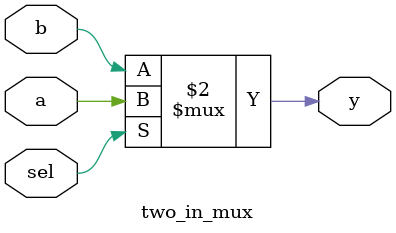
<source format=v>
module two_in_mux (
    input wire a,
    input wire b,
    input wire sel,
    output wire y
);
    assign y = (sel == 1'b0) ? b : a;
endmodule
</source>
